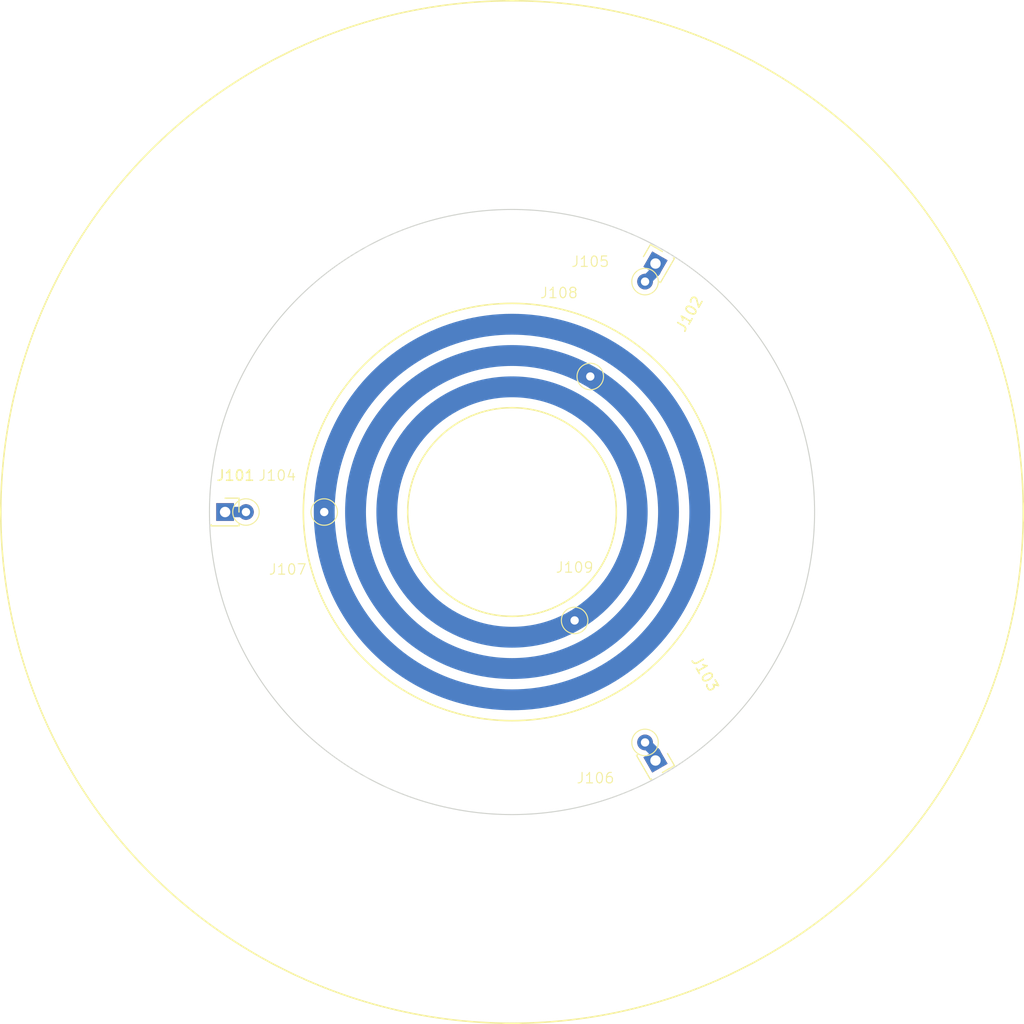
<source format=kicad_pcb>
(kicad_pcb (version 20221018) (generator pcbnew)
  (layers (0 "F.Cu" signal) (31 "B.Cu" signal) (34 "B.Paste" user) (35 "F.Paste" user) (36 "B.SilkS" user "B.Silkscreen") (37 "F.SilkS" user "F.Silkscreen") (38 "B.Mask" user) (39 "F.Mask" user) (44 "Edge.Cuts" user))
  (net 0 "")
  (footprint "my_small_pad:my_small_pad" (layer "F.Cu") (at 32 50)
    (fp_text reference "J107" (at -3.5 5.5 unlocked) (layer "F.SilkS") (effects (font (thickness 0.1))))
    (fp_text value "PWM+OUT")
    (fp_circle (center 0 0) (end 0 -1.27) (stroke (width 0.1)) (fill none) (layer "F.SilkS"))
    (pad "1" thru_hole circle (at 0 0) (size 1.5 1.5) (drill 0.8) (layers "*.Cu" "*.Mask"))
  )
  (footprint "my_small_pad:my_small_pad" (layer "F.Cu") (at 62.75 72.084)
    (fp_text reference "J106" (at -4.75 3.416 unlocked) (layer "F.SilkS") (effects (font (thickness 0.1))))
    (fp_text value "PWM2-MIDDLE")
    (fp_circle (center 0 0) (end 0 -1.27) (stroke (width 0.1)) (fill none) (layer "F.SilkS"))
    (pad "1" thru_hole circle (at 0 0) (size 1.5 1.5) (drill 0.8) (layers "*.Cu" "*.Mask"))
  )
  (footprint "my_small_pad:my_small_pad" (layer "F.Cu") (at 24.5 50)
    (fp_text reference "J104" (at 3 -3.5 unlocked) (layer "F.SilkS") (effects (font (thickness 0.1))))
    (fp_text value "PWM+MIDDLE")
    (fp_circle (center 0 0) (end 0 -1.27) (stroke (width 0.1)) (fill none) (layer "F.SilkS"))
    (pad "1" thru_hole circle (at 0 0) (size 1.5 1.5) (drill 0.8) (layers "*.Cu" "*.Mask"))
  )
  (footprint "my_small_pad:my_small_pad" (layer "F.Cu") (at 62.75 27.916)
    (fp_text reference "J105" (at -5.25 -1.916 unlocked) (layer "F.SilkS") (effects (font (thickness 0.1))))
    (fp_text value "PWM1-MIDDLE")
    (fp_circle (center 0 0) (end 0 -1.27) (stroke (width 0.1)) (fill none) (layer "F.SilkS"))
    (pad "1" thru_hole circle (at 0 0) (size 1.5 1.5) (drill 0.8) (layers "*.Cu" "*.Mask"))
  )
  (footprint "my_small_pad:my_small_pad" (layer "F.Cu") (at 57.5 37.01)
    (fp_text reference "J108" (at -3 -8.01 unlocked) (layer "F.SilkS") (effects (font (thickness 0.1))))
    (fp_text value "PWM1-OUT")
    (fp_circle (center 0 0) (end 0 -1.27) (stroke (width 0.1)) (fill none) (layer "F.SilkS"))
    (pad "1" thru_hole circle (at 0 0) (size 1.5 1.5) (drill 0.8) (layers "*.Cu" "*.Mask"))
  )
  (footprint "MyPinSocket:MyPinSocket" (layer "F.Cu") (at 63.75 26.184 60)
    (fp_text reference "J102" (at -2.545778 5.222583 60) (layer "F.SilkS"))
    (fp_text value "PWM1-IN")
    (fp_line (start -1.33 1.21) (end -1.33 1.33) (stroke (width 0.12)) (layer "F.SilkS"))
    (fp_line (start -1.33 1.33) (end 1.33 1.33) (stroke (width 0.12)) (layer "F.SilkS"))
    (fp_line (start 0 -1.33) (end 1.33 -1.33) (stroke (width 0.12)) (layer "F.SilkS"))
    (fp_line (start 1.33 -1.33) (end 1.33 0) (stroke (width 0.12)) (layer "F.SilkS"))
    (fp_line (start 1.33 1.21) (end 1.33 1.33) (stroke (width 0.12)) (layer "F.SilkS"))
    (pad "1" thru_hole rect (at 0 0 60) (size 1.7 1.7) (drill 1) (layers "*.Cu" "*.Mask"))
  )
  (footprint "MyPinSocket:MyPinSocket" (layer "F.Cu") (at 63.75 73.816 -60)
    (fp_text reference "J103" (at -4.826867 -8.271621 120) (layer "F.SilkS"))
    (fp_text value "PWM2-IN")
    (fp_line (start -1.33 1.21) (end -1.33 1.33) (stroke (width 0.12)) (layer "F.SilkS"))
    (fp_line (start -1.33 1.33) (end 1.33 1.33) (stroke (width 0.12)) (layer "F.SilkS"))
    (fp_line (start 0 -1.33) (end 1.33 -1.33) (stroke (width 0.12)) (layer "F.SilkS"))
    (fp_line (start 1.33 -1.33) (end 1.33 0) (stroke (width 0.12)) (layer "F.SilkS"))
    (fp_line (start 1.33 1.21) (end 1.33 1.33) (stroke (width 0.12)) (layer "F.SilkS"))
    (pad "1" thru_hole rect (at 0 0 300) (size 1.7 1.7) (drill 1) (layers "*.Cu" "*.Mask"))
  )
  (footprint "my_small_pad:my_small_pad" (layer "F.Cu") (at 56 60.392)
    (fp_text reference "J109" (at 0 -5.08 unlocked) (layer "F.SilkS") (effects (font (thickness 0.1))))
    (fp_text value "PWM2-OUT")
    (fp_circle (center 0 0) (end 0 -1.27) (stroke (width 0.1)) (fill none) (layer "F.SilkS"))
    (pad "1" thru_hole circle (at 0 0) (size 1.5 1.5) (drill 0.8) (layers "*.Cu" "*.Mask"))
  )
  (footprint "MyPinSocket:MyPinSocket" (layer "F.Cu") (at 22.5 50)
    (fp_text reference "J101" (at 1 -3.5) (layer "F.SilkS"))
    (fp_text value "PWM+IN")
    (fp_line (start -1.33 1.21) (end -1.33 1.33) (stroke (width 0.12)) (layer "F.SilkS"))
    (fp_line (start -1.33 1.33) (end 1.33 1.33) (stroke (width 0.12)) (layer "F.SilkS"))
    (fp_line (start 0 -1.33) (end 1.33 -1.33) (stroke (width 0.12)) (layer "F.SilkS"))
    (fp_line (start 1.33 -1.33) (end 1.33 0) (stroke (width 0.12)) (layer "F.SilkS"))
    (fp_line (start 1.33 1.21) (end 1.33 1.33) (stroke (width 0.12)) (layer "F.SilkS"))
    (pad "1" thru_hole rect (at 0 0) (size 1.7 1.7) (drill 1) (layers "*.Cu" "*.Mask"))
  )
  (gr_circle (center 50 50) (end 68 50) (stroke (width 2)) (fill none) (layer "B.Cu"))
  (gr_circle (center 50 50) (end 62 50) (stroke (width 2)) (fill none) (layer "B.Cu"))
  (gr_circle (center 50 50) (end 65 50) (stroke (width 2)) (fill none) (layer "B.Cu"))
  (gr_circle (center 50 50) (end 60 50) (stroke (width 0.15)) (fill none) (layer "F.SilkS"))
  (gr_circle (center 50 50) (end 50 1) (stroke (width 0.15)) (fill none) (layer "F.SilkS"))
  (gr_circle (center 50 50) (end 70 50) (stroke (width 0.15)) (fill none) (layer "F.SilkS"))
  (gr_circle (center 50 50) (end 79 50) (stroke (width 0.1)) (fill none) (layer "Edge.Cuts"))
  (segment (start 63.75 73.084) (end 62.75 72.084) (width 1) (layer "B.Cu") (net 0))
  (segment (start 63.75 73.816) (end 63.75 73.084) (width 1) (layer "B.Cu") (net 0))
  (segment (start 63.75 26.184) (end 63.75 26.916) (width 1) (layer "B.Cu") (net 0))
  (segment (start 24.5 50) (end 22.5 50) (width 1) (layer "B.Cu") (net 0))
  (segment (start 63.75 26.916) (end 62.75 27.916) (width 1) (layer "B.Cu") (net 0))
)
</source>
